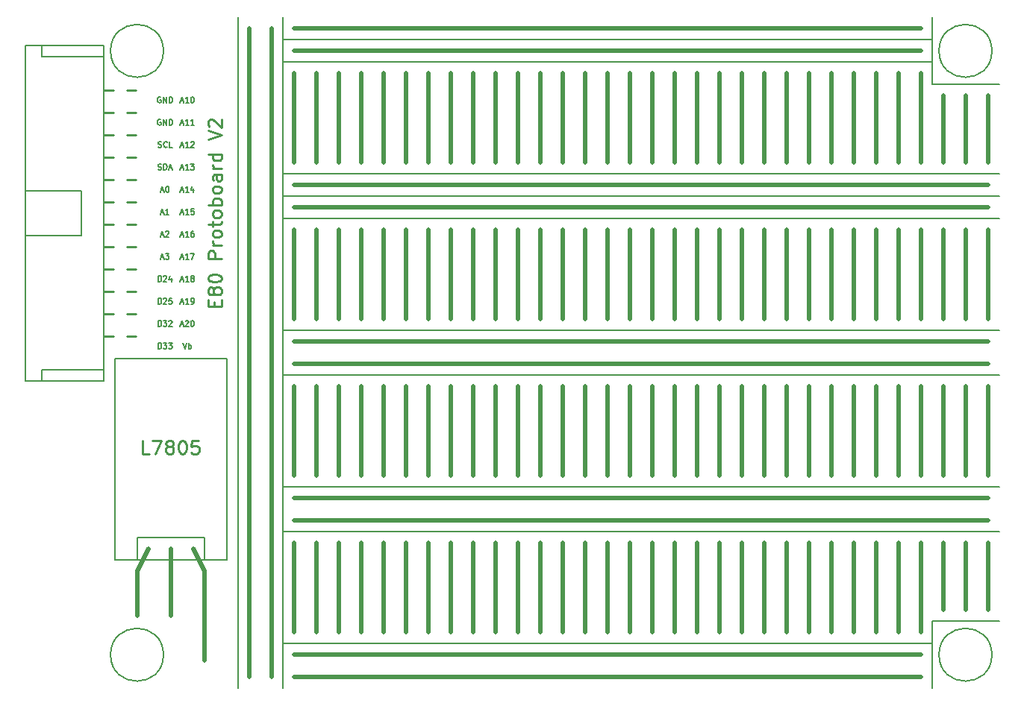
<source format=gbr>
G04 #@! TF.FileFunction,Legend,Top*
%FSLAX46Y46*%
G04 Gerber Fmt 4.6, Leading zero omitted, Abs format (unit mm)*
G04 Created by KiCad (PCBNEW 4.0.7) date Monday, July 23, 2018 'PMt' 01:55:31 PM*
%MOMM*%
%LPD*%
G01*
G04 APERTURE LIST*
%ADD10C,0.100000*%
%ADD11C,0.254000*%
%ADD12C,0.203200*%
%ADD13C,0.508000*%
%ADD14C,0.150000*%
%ADD15C,0.127000*%
G04 APERTURE END LIST*
D10*
D11*
X111651143Y-106480429D02*
X111651143Y-105972429D01*
X112449429Y-105754715D02*
X112449429Y-106480429D01*
X110925429Y-106480429D01*
X110925429Y-105754715D01*
X111578571Y-104883858D02*
X111506000Y-105029000D01*
X111433429Y-105101572D01*
X111288286Y-105174143D01*
X111215714Y-105174143D01*
X111070571Y-105101572D01*
X110998000Y-105029000D01*
X110925429Y-104883858D01*
X110925429Y-104593572D01*
X110998000Y-104448429D01*
X111070571Y-104375858D01*
X111215714Y-104303286D01*
X111288286Y-104303286D01*
X111433429Y-104375858D01*
X111506000Y-104448429D01*
X111578571Y-104593572D01*
X111578571Y-104883858D01*
X111651143Y-105029000D01*
X111723714Y-105101572D01*
X111868857Y-105174143D01*
X112159143Y-105174143D01*
X112304286Y-105101572D01*
X112376857Y-105029000D01*
X112449429Y-104883858D01*
X112449429Y-104593572D01*
X112376857Y-104448429D01*
X112304286Y-104375858D01*
X112159143Y-104303286D01*
X111868857Y-104303286D01*
X111723714Y-104375858D01*
X111651143Y-104448429D01*
X111578571Y-104593572D01*
X110925429Y-103359857D02*
X110925429Y-103214714D01*
X110998000Y-103069571D01*
X111070571Y-102997000D01*
X111215714Y-102924429D01*
X111506000Y-102851857D01*
X111868857Y-102851857D01*
X112159143Y-102924429D01*
X112304286Y-102997000D01*
X112376857Y-103069571D01*
X112449429Y-103214714D01*
X112449429Y-103359857D01*
X112376857Y-103505000D01*
X112304286Y-103577571D01*
X112159143Y-103650143D01*
X111868857Y-103722714D01*
X111506000Y-103722714D01*
X111215714Y-103650143D01*
X111070571Y-103577571D01*
X110998000Y-103505000D01*
X110925429Y-103359857D01*
X112449429Y-101037571D02*
X110925429Y-101037571D01*
X110925429Y-100456999D01*
X110998000Y-100311857D01*
X111070571Y-100239285D01*
X111215714Y-100166714D01*
X111433429Y-100166714D01*
X111578571Y-100239285D01*
X111651143Y-100311857D01*
X111723714Y-100456999D01*
X111723714Y-101037571D01*
X112449429Y-99513571D02*
X111433429Y-99513571D01*
X111723714Y-99513571D02*
X111578571Y-99440999D01*
X111506000Y-99368428D01*
X111433429Y-99223285D01*
X111433429Y-99078142D01*
X112449429Y-98352428D02*
X112376857Y-98497570D01*
X112304286Y-98570142D01*
X112159143Y-98642713D01*
X111723714Y-98642713D01*
X111578571Y-98570142D01*
X111506000Y-98497570D01*
X111433429Y-98352428D01*
X111433429Y-98134713D01*
X111506000Y-97989570D01*
X111578571Y-97916999D01*
X111723714Y-97844428D01*
X112159143Y-97844428D01*
X112304286Y-97916999D01*
X112376857Y-97989570D01*
X112449429Y-98134713D01*
X112449429Y-98352428D01*
X111433429Y-97408999D02*
X111433429Y-96828428D01*
X110925429Y-97191285D02*
X112231714Y-97191285D01*
X112376857Y-97118713D01*
X112449429Y-96973571D01*
X112449429Y-96828428D01*
X112449429Y-96102714D02*
X112376857Y-96247856D01*
X112304286Y-96320428D01*
X112159143Y-96392999D01*
X111723714Y-96392999D01*
X111578571Y-96320428D01*
X111506000Y-96247856D01*
X111433429Y-96102714D01*
X111433429Y-95884999D01*
X111506000Y-95739856D01*
X111578571Y-95667285D01*
X111723714Y-95594714D01*
X112159143Y-95594714D01*
X112304286Y-95667285D01*
X112376857Y-95739856D01*
X112449429Y-95884999D01*
X112449429Y-96102714D01*
X112449429Y-94941571D02*
X110925429Y-94941571D01*
X111506000Y-94941571D02*
X111433429Y-94796428D01*
X111433429Y-94506142D01*
X111506000Y-94360999D01*
X111578571Y-94288428D01*
X111723714Y-94215857D01*
X112159143Y-94215857D01*
X112304286Y-94288428D01*
X112376857Y-94360999D01*
X112449429Y-94506142D01*
X112449429Y-94796428D01*
X112376857Y-94941571D01*
X112449429Y-93345000D02*
X112376857Y-93490142D01*
X112304286Y-93562714D01*
X112159143Y-93635285D01*
X111723714Y-93635285D01*
X111578571Y-93562714D01*
X111506000Y-93490142D01*
X111433429Y-93345000D01*
X111433429Y-93127285D01*
X111506000Y-92982142D01*
X111578571Y-92909571D01*
X111723714Y-92837000D01*
X112159143Y-92837000D01*
X112304286Y-92909571D01*
X112376857Y-92982142D01*
X112449429Y-93127285D01*
X112449429Y-93345000D01*
X112449429Y-91530714D02*
X111651143Y-91530714D01*
X111506000Y-91603285D01*
X111433429Y-91748428D01*
X111433429Y-92038714D01*
X111506000Y-92183857D01*
X112376857Y-91530714D02*
X112449429Y-91675857D01*
X112449429Y-92038714D01*
X112376857Y-92183857D01*
X112231714Y-92256428D01*
X112086571Y-92256428D01*
X111941429Y-92183857D01*
X111868857Y-92038714D01*
X111868857Y-91675857D01*
X111796286Y-91530714D01*
X112449429Y-90805000D02*
X111433429Y-90805000D01*
X111723714Y-90805000D02*
X111578571Y-90732428D01*
X111506000Y-90659857D01*
X111433429Y-90514714D01*
X111433429Y-90369571D01*
X112449429Y-89208428D02*
X110925429Y-89208428D01*
X112376857Y-89208428D02*
X112449429Y-89353571D01*
X112449429Y-89643857D01*
X112376857Y-89788999D01*
X112304286Y-89861571D01*
X112159143Y-89934142D01*
X111723714Y-89934142D01*
X111578571Y-89861571D01*
X111506000Y-89788999D01*
X111433429Y-89643857D01*
X111433429Y-89353571D01*
X111506000Y-89208428D01*
X110925429Y-87539285D02*
X112449429Y-87031285D01*
X110925429Y-86523285D01*
X111070571Y-86087856D02*
X110998000Y-86015285D01*
X110925429Y-85870142D01*
X110925429Y-85507285D01*
X110998000Y-85362142D01*
X111070571Y-85289571D01*
X111215714Y-85216999D01*
X111360857Y-85216999D01*
X111578571Y-85289571D01*
X112449429Y-86160428D01*
X112449429Y-85216999D01*
D12*
X119380000Y-76200000D02*
X193040000Y-76200000D01*
X193040000Y-78740000D02*
X119380000Y-78740000D01*
X193040000Y-81280000D02*
X193040000Y-73660000D01*
X200660000Y-81280000D02*
X193040000Y-81280000D01*
X119380000Y-91440000D02*
X200660000Y-91440000D01*
X200660000Y-93980000D02*
X119380000Y-93980000D01*
X119380000Y-96520000D02*
X200660000Y-96520000D01*
X200660000Y-109220000D02*
X119380000Y-109220000D01*
X119380000Y-114300000D02*
X200660000Y-114300000D01*
X200660000Y-127000000D02*
X119380000Y-127000000D01*
X119380000Y-132080000D02*
X200660000Y-132080000D01*
X193040000Y-142240000D02*
X200660000Y-142240000D01*
X193040000Y-149860000D02*
X193040000Y-142240000D01*
X119380000Y-144780000D02*
X193040000Y-144780000D01*
X114300000Y-73660000D02*
X114300000Y-149860000D01*
X119380000Y-149860000D02*
X119380000Y-73660000D01*
D13*
X199390000Y-82550000D02*
X199390000Y-90170000D01*
X196850000Y-82550000D02*
X196850000Y-90170000D01*
X194310000Y-82550000D02*
X194310000Y-90170000D01*
X191770000Y-80010000D02*
X191770000Y-90170000D01*
X189230000Y-80010000D02*
X189230000Y-90170000D01*
X186690000Y-80010000D02*
X186690000Y-90170000D01*
X184150000Y-80010000D02*
X184150000Y-90170000D01*
X181610000Y-80010000D02*
X181610000Y-90170000D01*
X179070000Y-80010000D02*
X179070000Y-90170000D01*
X176530000Y-80010000D02*
X176530000Y-90170000D01*
X173990000Y-80010000D02*
X173990000Y-90170000D01*
X171450000Y-80010000D02*
X171450000Y-90170000D01*
X168910000Y-80010000D02*
X168910000Y-90170000D01*
X166370000Y-80010000D02*
X166370000Y-90170000D01*
X163830000Y-80010000D02*
X163830000Y-90170000D01*
X161290000Y-80010000D02*
X161290000Y-90170000D01*
X158750000Y-80010000D02*
X158750000Y-90170000D01*
X156210000Y-80010000D02*
X156210000Y-90170000D01*
X153670000Y-80010000D02*
X153670000Y-90170000D01*
X151130000Y-80010000D02*
X151130000Y-90170000D01*
X148590000Y-80010000D02*
X148590000Y-90170000D01*
X146050000Y-80010000D02*
X146050000Y-90170000D01*
X143510000Y-80010000D02*
X143510000Y-90170000D01*
X140970000Y-80010000D02*
X140970000Y-90170000D01*
X138430000Y-80010000D02*
X138430000Y-90170000D01*
X135890000Y-80010000D02*
X135890000Y-90170000D01*
X133350000Y-89535000D02*
X133350000Y-90170000D01*
X133350000Y-80010000D02*
X133350000Y-89535000D01*
X130810000Y-80010000D02*
X130810000Y-90170000D01*
X128270000Y-80010000D02*
X128270000Y-90170000D01*
X125730000Y-80010000D02*
X125730000Y-90170000D01*
X123190000Y-80010000D02*
X123190000Y-90170000D01*
X120650000Y-80010000D02*
X120650000Y-90170000D01*
X120650000Y-97790000D02*
X120650000Y-107950000D01*
X123190000Y-97790000D02*
X123190000Y-107950000D01*
X125730000Y-97790000D02*
X125730000Y-107950000D01*
X128270000Y-97790000D02*
X128270000Y-107950000D01*
X130810000Y-97790000D02*
X130810000Y-107950000D01*
X133350000Y-97790000D02*
X133350000Y-107950000D01*
X135890000Y-97790000D02*
X135890000Y-107950000D01*
X138430000Y-97790000D02*
X138430000Y-107950000D01*
X140970000Y-97790000D02*
X140970000Y-107950000D01*
X143510000Y-97790000D02*
X143510000Y-107950000D01*
X146050000Y-97790000D02*
X146050000Y-107950000D01*
X148590000Y-97790000D02*
X148590000Y-107950000D01*
X151130000Y-97790000D02*
X151130000Y-107950000D01*
X153670000Y-97790000D02*
X153670000Y-107950000D01*
X156210000Y-97790000D02*
X156210000Y-107950000D01*
X158750000Y-97790000D02*
X158750000Y-107950000D01*
X161290000Y-97790000D02*
X161290000Y-107950000D01*
X163830000Y-97790000D02*
X163830000Y-107950000D01*
X166370000Y-97790000D02*
X166370000Y-107950000D01*
X168910000Y-97790000D02*
X168910000Y-107950000D01*
X171450000Y-97790000D02*
X171450000Y-107950000D01*
X173990000Y-97790000D02*
X173990000Y-107950000D01*
X176530000Y-97790000D02*
X176530000Y-107950000D01*
X179070000Y-97790000D02*
X179070000Y-107950000D01*
X181610000Y-97790000D02*
X181610000Y-107950000D01*
X184150000Y-107315000D02*
X184150000Y-107950000D01*
X184150000Y-97790000D02*
X184150000Y-107315000D01*
X186690000Y-97790000D02*
X186690000Y-107950000D01*
X189230000Y-97790000D02*
X189230000Y-107950000D01*
X191770000Y-97790000D02*
X191770000Y-107950000D01*
X194310000Y-97790000D02*
X194310000Y-107950000D01*
X196850000Y-97790000D02*
X196850000Y-107950000D01*
X199390000Y-97790000D02*
X199390000Y-107950000D01*
X199390000Y-115570000D02*
X199390000Y-125730000D01*
X196850000Y-115570000D02*
X196850000Y-125730000D01*
X194310000Y-115570000D02*
X194310000Y-125730000D01*
X191770000Y-115570000D02*
X191770000Y-125730000D01*
X189230000Y-115570000D02*
X189230000Y-125730000D01*
X186690000Y-115570000D02*
X186690000Y-125730000D01*
X184150000Y-115570000D02*
X184150000Y-125730000D01*
X181610000Y-115570000D02*
X181610000Y-125730000D01*
X179070000Y-115570000D02*
X179070000Y-125730000D01*
X176530000Y-115570000D02*
X176530000Y-125730000D01*
X173990000Y-115570000D02*
X173990000Y-125730000D01*
X171450000Y-115570000D02*
X171450000Y-125730000D01*
X168910000Y-115570000D02*
X168910000Y-125730000D01*
X166370000Y-115570000D02*
X166370000Y-125730000D01*
X163830000Y-115570000D02*
X163830000Y-125730000D01*
X161290000Y-115570000D02*
X161290000Y-125730000D01*
X158750000Y-115570000D02*
X158750000Y-125730000D01*
X156210000Y-115570000D02*
X156210000Y-125730000D01*
X153670000Y-115570000D02*
X153670000Y-125730000D01*
X151130000Y-115570000D02*
X151130000Y-125730000D01*
X148590000Y-115570000D02*
X148590000Y-125730000D01*
X146050000Y-115570000D02*
X146050000Y-125730000D01*
X143510000Y-115570000D02*
X143510000Y-125730000D01*
X140970000Y-115570000D02*
X140970000Y-125730000D01*
X138430000Y-115570000D02*
X138430000Y-125730000D01*
X135890000Y-115570000D02*
X135890000Y-125730000D01*
X133350000Y-115570000D02*
X133350000Y-125730000D01*
X130810000Y-115570000D02*
X130810000Y-125730000D01*
X128270000Y-115570000D02*
X128270000Y-125730000D01*
X125730000Y-115570000D02*
X125730000Y-125730000D01*
X123190000Y-125730000D02*
X123190000Y-116205000D01*
X123190000Y-115570000D02*
X123190000Y-125730000D01*
X120650000Y-115570000D02*
X120650000Y-125730000D01*
X120650000Y-74930000D02*
X191770000Y-74930000D01*
X120650000Y-77470000D02*
X191770000Y-77470000D01*
X120650000Y-92710000D02*
X199390000Y-92710000D01*
X120650000Y-95250000D02*
X199390000Y-95250000D01*
X120650000Y-110490000D02*
X199390000Y-110490000D01*
X120650000Y-113030000D02*
X199390000Y-113030000D01*
X120650000Y-128270000D02*
X199390000Y-128270000D01*
X120650000Y-130810000D02*
X199390000Y-130810000D01*
X199390000Y-133350000D02*
X199390000Y-140970000D01*
X196850000Y-133350000D02*
X196850000Y-140970000D01*
X194310000Y-133350000D02*
X194310000Y-140970000D01*
X191770000Y-133350000D02*
X191770000Y-143510000D01*
X189230000Y-133350000D02*
X189230000Y-143510000D01*
X186690000Y-133350000D02*
X186690000Y-143510000D01*
X184150000Y-133350000D02*
X184150000Y-143510000D01*
X181610000Y-133350000D02*
X181610000Y-143510000D01*
X179070000Y-133350000D02*
X179070000Y-143510000D01*
X176530000Y-133350000D02*
X176530000Y-143510000D01*
X173990000Y-133350000D02*
X173990000Y-143510000D01*
X171450000Y-133350000D02*
X171450000Y-143510000D01*
X168910000Y-133350000D02*
X168910000Y-143510000D01*
X166370000Y-133350000D02*
X166370000Y-143510000D01*
X163830000Y-133350000D02*
X163830000Y-143510000D01*
X161290000Y-133350000D02*
X161290000Y-143510000D01*
X158750000Y-133350000D02*
X158750000Y-143510000D01*
X156210000Y-133350000D02*
X156210000Y-143510000D01*
X153670000Y-133350000D02*
X153670000Y-143510000D01*
X151130000Y-133350000D02*
X151130000Y-143510000D01*
X148590000Y-133350000D02*
X148590000Y-143510000D01*
X146050000Y-133350000D02*
X146050000Y-143510000D01*
X143510000Y-133350000D02*
X143510000Y-143510000D01*
X140970000Y-133350000D02*
X140970000Y-143510000D01*
X138430000Y-133350000D02*
X138430000Y-143510000D01*
X135890000Y-133350000D02*
X135890000Y-143510000D01*
X133350000Y-133350000D02*
X133350000Y-143510000D01*
X130810000Y-133350000D02*
X130810000Y-143510000D01*
X128270000Y-133350000D02*
X128270000Y-143510000D01*
X125730000Y-133350000D02*
X125730000Y-143510000D01*
X123190000Y-133350000D02*
X123190000Y-143510000D01*
X120650000Y-143510000D02*
X120650000Y-133350000D01*
X191770000Y-148590000D02*
X120650000Y-148590000D01*
X120650000Y-146050000D02*
X191770000Y-146050000D01*
X118110000Y-74930000D02*
X118110000Y-148590000D01*
X115570000Y-74930000D02*
X115570000Y-148590000D01*
X115570000Y-74930000D02*
X115570000Y-148590000D01*
D14*
X105870000Y-77470000D02*
G75*
G03X105870000Y-77470000I-3000000J0D01*
G01*
X199850000Y-77470000D02*
G75*
G03X199850000Y-77470000I-3000000J0D01*
G01*
X199850000Y-146050000D02*
G75*
G03X199850000Y-146050000I-3000000J0D01*
G01*
X105870000Y-146050000D02*
G75*
G03X105870000Y-146050000I-3000000J0D01*
G01*
X99060000Y-113665000D02*
X92075000Y-113665000D01*
X92075000Y-113665000D02*
X92075000Y-114935000D01*
X92075000Y-76835000D02*
X92075000Y-78105000D01*
X92075000Y-78105000D02*
X99060000Y-78105000D01*
X96520000Y-95885000D02*
X96520000Y-98425000D01*
X96520000Y-98425000D02*
X90170000Y-98425000D01*
X96520000Y-95885000D02*
X96520000Y-93345000D01*
X96520000Y-93345000D02*
X90170000Y-93345000D01*
D11*
X101727000Y-109855000D02*
X102743000Y-109855000D01*
X99187000Y-109855000D02*
X100203000Y-109855000D01*
X101727000Y-107315000D02*
X102743000Y-107315000D01*
X99187000Y-107315000D02*
X100203000Y-107315000D01*
X101727000Y-104775000D02*
X102743000Y-104775000D01*
X99187000Y-104775000D02*
X100203000Y-104775000D01*
X101727000Y-102235000D02*
X102743000Y-102235000D01*
X99187000Y-102235000D02*
X100203000Y-102235000D01*
X101727000Y-99695000D02*
X102743000Y-99695000D01*
X99187000Y-99695000D02*
X100203000Y-99695000D01*
X101727000Y-94615000D02*
X102743000Y-94615000D01*
X99187000Y-94615000D02*
X100203000Y-94615000D01*
X99187000Y-92075000D02*
X100203000Y-92075000D01*
X101727000Y-92075000D02*
X102743000Y-92075000D01*
X99187000Y-89535000D02*
X100203000Y-89535000D01*
X101727000Y-89535000D02*
X102743000Y-89535000D01*
X101727000Y-86995000D02*
X102743000Y-86995000D01*
X99187000Y-86995000D02*
X100203000Y-86995000D01*
X101727000Y-84455000D02*
X102743000Y-84455000D01*
X99187000Y-84455000D02*
X100203000Y-84455000D01*
X99187000Y-81915000D02*
X100203000Y-81915000D01*
X101727000Y-81915000D02*
X102743000Y-81915000D01*
X101727000Y-97155000D02*
X102743000Y-97155000D01*
X99187000Y-97155000D02*
X100203000Y-97155000D01*
D14*
X96520000Y-114935000D02*
X90170000Y-114935000D01*
X90170000Y-114935000D02*
X90170000Y-76835000D01*
X90170000Y-76835000D02*
X95885000Y-76835000D01*
X98425000Y-76835000D02*
X99060000Y-76835000D01*
X99060000Y-76835000D02*
X99060000Y-114935000D01*
X99060000Y-114935000D02*
X97790000Y-114935000D01*
X96520000Y-114935000D02*
X97790000Y-114935000D01*
X98425000Y-76835000D02*
X95885000Y-76835000D01*
D13*
X109220000Y-133985000D02*
X110490000Y-136525000D01*
X110490000Y-136525000D02*
X110490000Y-146685000D01*
X106680000Y-133985000D02*
X106680000Y-141605000D01*
X102870000Y-136525000D02*
X102870000Y-141605000D01*
X104140000Y-133985000D02*
X102870000Y-136525000D01*
D14*
X102870000Y-132715000D02*
X110490000Y-132715000D01*
X110490000Y-132715000D02*
X110490000Y-135255000D01*
X102870000Y-132715000D02*
X102870000Y-135255000D01*
X100330000Y-112395000D02*
X113030000Y-112395000D01*
X113030000Y-112395000D02*
X113030000Y-135255000D01*
X113030000Y-135255000D02*
X100330000Y-135255000D01*
X100330000Y-135255000D02*
X100330000Y-112395000D01*
D15*
X108086071Y-110650262D02*
X108297738Y-111285262D01*
X108509405Y-110650262D01*
X108721071Y-111285262D02*
X108721071Y-110650262D01*
X108721071Y-110892167D02*
X108781548Y-110861929D01*
X108902500Y-110861929D01*
X108962976Y-110892167D01*
X108993214Y-110922405D01*
X109023452Y-110982881D01*
X109023452Y-111164310D01*
X108993214Y-111224786D01*
X108962976Y-111255024D01*
X108902500Y-111285262D01*
X108781548Y-111285262D01*
X108721071Y-111255024D01*
X107829047Y-108563833D02*
X108131428Y-108563833D01*
X107768571Y-108745262D02*
X107980238Y-108110262D01*
X108191905Y-108745262D01*
X108373333Y-108170738D02*
X108403571Y-108140500D01*
X108464048Y-108110262D01*
X108615238Y-108110262D01*
X108675714Y-108140500D01*
X108705952Y-108170738D01*
X108736191Y-108231214D01*
X108736191Y-108291690D01*
X108705952Y-108382405D01*
X108343095Y-108745262D01*
X108736191Y-108745262D01*
X109129286Y-108110262D02*
X109189762Y-108110262D01*
X109250238Y-108140500D01*
X109280476Y-108170738D01*
X109310714Y-108231214D01*
X109340953Y-108352167D01*
X109340953Y-108503357D01*
X109310714Y-108624310D01*
X109280476Y-108684786D01*
X109250238Y-108715024D01*
X109189762Y-108745262D01*
X109129286Y-108745262D01*
X109068810Y-108715024D01*
X109038572Y-108684786D01*
X109008333Y-108624310D01*
X108978095Y-108503357D01*
X108978095Y-108352167D01*
X109008333Y-108231214D01*
X109038572Y-108170738D01*
X109068810Y-108140500D01*
X109129286Y-108110262D01*
X107829047Y-106023833D02*
X108131428Y-106023833D01*
X107768571Y-106205262D02*
X107980238Y-105570262D01*
X108191905Y-106205262D01*
X108736191Y-106205262D02*
X108373333Y-106205262D01*
X108554762Y-106205262D02*
X108554762Y-105570262D01*
X108494286Y-105660976D01*
X108433810Y-105721452D01*
X108373333Y-105751690D01*
X109038572Y-106205262D02*
X109159524Y-106205262D01*
X109220000Y-106175024D01*
X109250238Y-106144786D01*
X109310714Y-106054071D01*
X109340953Y-105933119D01*
X109340953Y-105691214D01*
X109310714Y-105630738D01*
X109280476Y-105600500D01*
X109220000Y-105570262D01*
X109099048Y-105570262D01*
X109038572Y-105600500D01*
X109008333Y-105630738D01*
X108978095Y-105691214D01*
X108978095Y-105842405D01*
X109008333Y-105902881D01*
X109038572Y-105933119D01*
X109099048Y-105963357D01*
X109220000Y-105963357D01*
X109280476Y-105933119D01*
X109310714Y-105902881D01*
X109340953Y-105842405D01*
X107829047Y-100943833D02*
X108131428Y-100943833D01*
X107768571Y-101125262D02*
X107980238Y-100490262D01*
X108191905Y-101125262D01*
X108736191Y-101125262D02*
X108373333Y-101125262D01*
X108554762Y-101125262D02*
X108554762Y-100490262D01*
X108494286Y-100580976D01*
X108433810Y-100641452D01*
X108373333Y-100671690D01*
X108947857Y-100490262D02*
X109371191Y-100490262D01*
X109099048Y-101125262D01*
X107829047Y-103483833D02*
X108131428Y-103483833D01*
X107768571Y-103665262D02*
X107980238Y-103030262D01*
X108191905Y-103665262D01*
X108736191Y-103665262D02*
X108373333Y-103665262D01*
X108554762Y-103665262D02*
X108554762Y-103030262D01*
X108494286Y-103120976D01*
X108433810Y-103181452D01*
X108373333Y-103211690D01*
X109099048Y-103302405D02*
X109038572Y-103272167D01*
X109008333Y-103241929D01*
X108978095Y-103181452D01*
X108978095Y-103151214D01*
X109008333Y-103090738D01*
X109038572Y-103060500D01*
X109099048Y-103030262D01*
X109220000Y-103030262D01*
X109280476Y-103060500D01*
X109310714Y-103090738D01*
X109340953Y-103151214D01*
X109340953Y-103181452D01*
X109310714Y-103241929D01*
X109280476Y-103272167D01*
X109220000Y-103302405D01*
X109099048Y-103302405D01*
X109038572Y-103332643D01*
X109008333Y-103362881D01*
X108978095Y-103423357D01*
X108978095Y-103544310D01*
X109008333Y-103604786D01*
X109038572Y-103635024D01*
X109099048Y-103665262D01*
X109220000Y-103665262D01*
X109280476Y-103635024D01*
X109310714Y-103604786D01*
X109340953Y-103544310D01*
X109340953Y-103423357D01*
X109310714Y-103362881D01*
X109280476Y-103332643D01*
X109220000Y-103302405D01*
X107829047Y-98403833D02*
X108131428Y-98403833D01*
X107768571Y-98585262D02*
X107980238Y-97950262D01*
X108191905Y-98585262D01*
X108736191Y-98585262D02*
X108373333Y-98585262D01*
X108554762Y-98585262D02*
X108554762Y-97950262D01*
X108494286Y-98040976D01*
X108433810Y-98101452D01*
X108373333Y-98131690D01*
X109280476Y-97950262D02*
X109159524Y-97950262D01*
X109099048Y-97980500D01*
X109068810Y-98010738D01*
X109008333Y-98101452D01*
X108978095Y-98222405D01*
X108978095Y-98464310D01*
X109008333Y-98524786D01*
X109038572Y-98555024D01*
X109099048Y-98585262D01*
X109220000Y-98585262D01*
X109280476Y-98555024D01*
X109310714Y-98524786D01*
X109340953Y-98464310D01*
X109340953Y-98313119D01*
X109310714Y-98252643D01*
X109280476Y-98222405D01*
X109220000Y-98192167D01*
X109099048Y-98192167D01*
X109038572Y-98222405D01*
X109008333Y-98252643D01*
X108978095Y-98313119D01*
X107829047Y-95863833D02*
X108131428Y-95863833D01*
X107768571Y-96045262D02*
X107980238Y-95410262D01*
X108191905Y-96045262D01*
X108736191Y-96045262D02*
X108373333Y-96045262D01*
X108554762Y-96045262D02*
X108554762Y-95410262D01*
X108494286Y-95500976D01*
X108433810Y-95561452D01*
X108373333Y-95591690D01*
X109310714Y-95410262D02*
X109008333Y-95410262D01*
X108978095Y-95712643D01*
X109008333Y-95682405D01*
X109068810Y-95652167D01*
X109220000Y-95652167D01*
X109280476Y-95682405D01*
X109310714Y-95712643D01*
X109340953Y-95773119D01*
X109340953Y-95924310D01*
X109310714Y-95984786D01*
X109280476Y-96015024D01*
X109220000Y-96045262D01*
X109068810Y-96045262D01*
X109008333Y-96015024D01*
X108978095Y-95984786D01*
X107829047Y-93323833D02*
X108131428Y-93323833D01*
X107768571Y-93505262D02*
X107980238Y-92870262D01*
X108191905Y-93505262D01*
X108736191Y-93505262D02*
X108373333Y-93505262D01*
X108554762Y-93505262D02*
X108554762Y-92870262D01*
X108494286Y-92960976D01*
X108433810Y-93021452D01*
X108373333Y-93051690D01*
X109280476Y-93081929D02*
X109280476Y-93505262D01*
X109129286Y-92840024D02*
X108978095Y-93293595D01*
X109371191Y-93293595D01*
X107829047Y-90783833D02*
X108131428Y-90783833D01*
X107768571Y-90965262D02*
X107980238Y-90330262D01*
X108191905Y-90965262D01*
X108736191Y-90965262D02*
X108373333Y-90965262D01*
X108554762Y-90965262D02*
X108554762Y-90330262D01*
X108494286Y-90420976D01*
X108433810Y-90481452D01*
X108373333Y-90511690D01*
X108947857Y-90330262D02*
X109340953Y-90330262D01*
X109129286Y-90572167D01*
X109220000Y-90572167D01*
X109280476Y-90602405D01*
X109310714Y-90632643D01*
X109340953Y-90693119D01*
X109340953Y-90844310D01*
X109310714Y-90904786D01*
X109280476Y-90935024D01*
X109220000Y-90965262D01*
X109038572Y-90965262D01*
X108978095Y-90935024D01*
X108947857Y-90904786D01*
X107829047Y-88243833D02*
X108131428Y-88243833D01*
X107768571Y-88425262D02*
X107980238Y-87790262D01*
X108191905Y-88425262D01*
X108736191Y-88425262D02*
X108373333Y-88425262D01*
X108554762Y-88425262D02*
X108554762Y-87790262D01*
X108494286Y-87880976D01*
X108433810Y-87941452D01*
X108373333Y-87971690D01*
X108978095Y-87850738D02*
X109008333Y-87820500D01*
X109068810Y-87790262D01*
X109220000Y-87790262D01*
X109280476Y-87820500D01*
X109310714Y-87850738D01*
X109340953Y-87911214D01*
X109340953Y-87971690D01*
X109310714Y-88062405D01*
X108947857Y-88425262D01*
X109340953Y-88425262D01*
X107829047Y-85703833D02*
X108131428Y-85703833D01*
X107768571Y-85885262D02*
X107980238Y-85250262D01*
X108191905Y-85885262D01*
X108736191Y-85885262D02*
X108373333Y-85885262D01*
X108554762Y-85885262D02*
X108554762Y-85250262D01*
X108494286Y-85340976D01*
X108433810Y-85401452D01*
X108373333Y-85431690D01*
X109340953Y-85885262D02*
X108978095Y-85885262D01*
X109159524Y-85885262D02*
X109159524Y-85250262D01*
X109099048Y-85340976D01*
X109038572Y-85401452D01*
X108978095Y-85431690D01*
X107829047Y-83163833D02*
X108131428Y-83163833D01*
X107768571Y-83345262D02*
X107980238Y-82710262D01*
X108191905Y-83345262D01*
X108736191Y-83345262D02*
X108373333Y-83345262D01*
X108554762Y-83345262D02*
X108554762Y-82710262D01*
X108494286Y-82800976D01*
X108433810Y-82861452D01*
X108373333Y-82891690D01*
X109129286Y-82710262D02*
X109189762Y-82710262D01*
X109250238Y-82740500D01*
X109280476Y-82770738D01*
X109310714Y-82831214D01*
X109340953Y-82952167D01*
X109340953Y-83103357D01*
X109310714Y-83224310D01*
X109280476Y-83284786D01*
X109250238Y-83315024D01*
X109189762Y-83345262D01*
X109129286Y-83345262D01*
X109068810Y-83315024D01*
X109038572Y-83284786D01*
X109008333Y-83224310D01*
X108978095Y-83103357D01*
X108978095Y-82952167D01*
X109008333Y-82831214D01*
X109038572Y-82770738D01*
X109068810Y-82740500D01*
X109129286Y-82710262D01*
X105273928Y-111285262D02*
X105273928Y-110650262D01*
X105425119Y-110650262D01*
X105515833Y-110680500D01*
X105576309Y-110740976D01*
X105606548Y-110801452D01*
X105636786Y-110922405D01*
X105636786Y-111013119D01*
X105606548Y-111134071D01*
X105576309Y-111194548D01*
X105515833Y-111255024D01*
X105425119Y-111285262D01*
X105273928Y-111285262D01*
X105848452Y-110650262D02*
X106241548Y-110650262D01*
X106029881Y-110892167D01*
X106120595Y-110892167D01*
X106181071Y-110922405D01*
X106211309Y-110952643D01*
X106241548Y-111013119D01*
X106241548Y-111164310D01*
X106211309Y-111224786D01*
X106181071Y-111255024D01*
X106120595Y-111285262D01*
X105939167Y-111285262D01*
X105878690Y-111255024D01*
X105848452Y-111224786D01*
X106453214Y-110650262D02*
X106846310Y-110650262D01*
X106634643Y-110892167D01*
X106725357Y-110892167D01*
X106785833Y-110922405D01*
X106816071Y-110952643D01*
X106846310Y-111013119D01*
X106846310Y-111164310D01*
X106816071Y-111224786D01*
X106785833Y-111255024D01*
X106725357Y-111285262D01*
X106543929Y-111285262D01*
X106483452Y-111255024D01*
X106453214Y-111224786D01*
X105273928Y-108745262D02*
X105273928Y-108110262D01*
X105425119Y-108110262D01*
X105515833Y-108140500D01*
X105576309Y-108200976D01*
X105606548Y-108261452D01*
X105636786Y-108382405D01*
X105636786Y-108473119D01*
X105606548Y-108594071D01*
X105576309Y-108654548D01*
X105515833Y-108715024D01*
X105425119Y-108745262D01*
X105273928Y-108745262D01*
X105848452Y-108110262D02*
X106241548Y-108110262D01*
X106029881Y-108352167D01*
X106120595Y-108352167D01*
X106181071Y-108382405D01*
X106211309Y-108412643D01*
X106241548Y-108473119D01*
X106241548Y-108624310D01*
X106211309Y-108684786D01*
X106181071Y-108715024D01*
X106120595Y-108745262D01*
X105939167Y-108745262D01*
X105878690Y-108715024D01*
X105848452Y-108684786D01*
X106483452Y-108170738D02*
X106513690Y-108140500D01*
X106574167Y-108110262D01*
X106725357Y-108110262D01*
X106785833Y-108140500D01*
X106816071Y-108170738D01*
X106846310Y-108231214D01*
X106846310Y-108291690D01*
X106816071Y-108382405D01*
X106453214Y-108745262D01*
X106846310Y-108745262D01*
X105273928Y-106205262D02*
X105273928Y-105570262D01*
X105425119Y-105570262D01*
X105515833Y-105600500D01*
X105576309Y-105660976D01*
X105606548Y-105721452D01*
X105636786Y-105842405D01*
X105636786Y-105933119D01*
X105606548Y-106054071D01*
X105576309Y-106114548D01*
X105515833Y-106175024D01*
X105425119Y-106205262D01*
X105273928Y-106205262D01*
X105878690Y-105630738D02*
X105908928Y-105600500D01*
X105969405Y-105570262D01*
X106120595Y-105570262D01*
X106181071Y-105600500D01*
X106211309Y-105630738D01*
X106241548Y-105691214D01*
X106241548Y-105751690D01*
X106211309Y-105842405D01*
X105848452Y-106205262D01*
X106241548Y-106205262D01*
X106816071Y-105570262D02*
X106513690Y-105570262D01*
X106483452Y-105872643D01*
X106513690Y-105842405D01*
X106574167Y-105812167D01*
X106725357Y-105812167D01*
X106785833Y-105842405D01*
X106816071Y-105872643D01*
X106846310Y-105933119D01*
X106846310Y-106084310D01*
X106816071Y-106144786D01*
X106785833Y-106175024D01*
X106725357Y-106205262D01*
X106574167Y-106205262D01*
X106513690Y-106175024D01*
X106483452Y-106144786D01*
X105273928Y-103665262D02*
X105273928Y-103030262D01*
X105425119Y-103030262D01*
X105515833Y-103060500D01*
X105576309Y-103120976D01*
X105606548Y-103181452D01*
X105636786Y-103302405D01*
X105636786Y-103393119D01*
X105606548Y-103514071D01*
X105576309Y-103574548D01*
X105515833Y-103635024D01*
X105425119Y-103665262D01*
X105273928Y-103665262D01*
X105878690Y-103090738D02*
X105908928Y-103060500D01*
X105969405Y-103030262D01*
X106120595Y-103030262D01*
X106181071Y-103060500D01*
X106211309Y-103090738D01*
X106241548Y-103151214D01*
X106241548Y-103211690D01*
X106211309Y-103302405D01*
X105848452Y-103665262D01*
X106241548Y-103665262D01*
X106785833Y-103241929D02*
X106785833Y-103665262D01*
X106634643Y-103000024D02*
X106483452Y-103453595D01*
X106876548Y-103453595D01*
X105591428Y-100943833D02*
X105893809Y-100943833D01*
X105530952Y-101125262D02*
X105742619Y-100490262D01*
X105954286Y-101125262D01*
X106105476Y-100490262D02*
X106498572Y-100490262D01*
X106286905Y-100732167D01*
X106377619Y-100732167D01*
X106438095Y-100762405D01*
X106468333Y-100792643D01*
X106498572Y-100853119D01*
X106498572Y-101004310D01*
X106468333Y-101064786D01*
X106438095Y-101095024D01*
X106377619Y-101125262D01*
X106196191Y-101125262D01*
X106135714Y-101095024D01*
X106105476Y-101064786D01*
X105591428Y-98403833D02*
X105893809Y-98403833D01*
X105530952Y-98585262D02*
X105742619Y-97950262D01*
X105954286Y-98585262D01*
X106135714Y-98010738D02*
X106165952Y-97980500D01*
X106226429Y-97950262D01*
X106377619Y-97950262D01*
X106438095Y-97980500D01*
X106468333Y-98010738D01*
X106498572Y-98071214D01*
X106498572Y-98131690D01*
X106468333Y-98222405D01*
X106105476Y-98585262D01*
X106498572Y-98585262D01*
X105591428Y-95863833D02*
X105893809Y-95863833D01*
X105530952Y-96045262D02*
X105742619Y-95410262D01*
X105954286Y-96045262D01*
X106498572Y-96045262D02*
X106135714Y-96045262D01*
X106317143Y-96045262D02*
X106317143Y-95410262D01*
X106256667Y-95500976D01*
X106196191Y-95561452D01*
X106135714Y-95591690D01*
X105591428Y-93323833D02*
X105893809Y-93323833D01*
X105530952Y-93505262D02*
X105742619Y-92870262D01*
X105954286Y-93505262D01*
X106286905Y-92870262D02*
X106347381Y-92870262D01*
X106407857Y-92900500D01*
X106438095Y-92930738D01*
X106468333Y-92991214D01*
X106498572Y-93112167D01*
X106498572Y-93263357D01*
X106468333Y-93384310D01*
X106438095Y-93444786D01*
X106407857Y-93475024D01*
X106347381Y-93505262D01*
X106286905Y-93505262D01*
X106226429Y-93475024D01*
X106196191Y-93444786D01*
X106165952Y-93384310D01*
X106135714Y-93263357D01*
X106135714Y-93112167D01*
X106165952Y-92991214D01*
X106196191Y-92930738D01*
X106226429Y-92900500D01*
X106286905Y-92870262D01*
X105273928Y-90935024D02*
X105364643Y-90965262D01*
X105515833Y-90965262D01*
X105576309Y-90935024D01*
X105606547Y-90904786D01*
X105636786Y-90844310D01*
X105636786Y-90783833D01*
X105606547Y-90723357D01*
X105576309Y-90693119D01*
X105515833Y-90662881D01*
X105394881Y-90632643D01*
X105334405Y-90602405D01*
X105304166Y-90572167D01*
X105273928Y-90511690D01*
X105273928Y-90451214D01*
X105304166Y-90390738D01*
X105334405Y-90360500D01*
X105394881Y-90330262D01*
X105546071Y-90330262D01*
X105636786Y-90360500D01*
X105908928Y-90965262D02*
X105908928Y-90330262D01*
X106060119Y-90330262D01*
X106150833Y-90360500D01*
X106211309Y-90420976D01*
X106241548Y-90481452D01*
X106271786Y-90602405D01*
X106271786Y-90693119D01*
X106241548Y-90814071D01*
X106211309Y-90874548D01*
X106150833Y-90935024D01*
X106060119Y-90965262D01*
X105908928Y-90965262D01*
X106513690Y-90783833D02*
X106816071Y-90783833D01*
X106453214Y-90965262D02*
X106664881Y-90330262D01*
X106876548Y-90965262D01*
X105289047Y-88395024D02*
X105379762Y-88425262D01*
X105530952Y-88425262D01*
X105591428Y-88395024D01*
X105621666Y-88364786D01*
X105651905Y-88304310D01*
X105651905Y-88243833D01*
X105621666Y-88183357D01*
X105591428Y-88153119D01*
X105530952Y-88122881D01*
X105410000Y-88092643D01*
X105349524Y-88062405D01*
X105319285Y-88032167D01*
X105289047Y-87971690D01*
X105289047Y-87911214D01*
X105319285Y-87850738D01*
X105349524Y-87820500D01*
X105410000Y-87790262D01*
X105561190Y-87790262D01*
X105651905Y-87820500D01*
X106286905Y-88364786D02*
X106256667Y-88395024D01*
X106165952Y-88425262D01*
X106105476Y-88425262D01*
X106014762Y-88395024D01*
X105954286Y-88334548D01*
X105924047Y-88274071D01*
X105893809Y-88153119D01*
X105893809Y-88062405D01*
X105924047Y-87941452D01*
X105954286Y-87880976D01*
X106014762Y-87820500D01*
X106105476Y-87790262D01*
X106165952Y-87790262D01*
X106256667Y-87820500D01*
X106286905Y-87850738D01*
X106861428Y-88425262D02*
X106559047Y-88425262D01*
X106559047Y-87790262D01*
X105561191Y-85280500D02*
X105500714Y-85250262D01*
X105410000Y-85250262D01*
X105319286Y-85280500D01*
X105258810Y-85340976D01*
X105228571Y-85401452D01*
X105198333Y-85522405D01*
X105198333Y-85613119D01*
X105228571Y-85734071D01*
X105258810Y-85794548D01*
X105319286Y-85855024D01*
X105410000Y-85885262D01*
X105470476Y-85885262D01*
X105561191Y-85855024D01*
X105591429Y-85824786D01*
X105591429Y-85613119D01*
X105470476Y-85613119D01*
X105863571Y-85885262D02*
X105863571Y-85250262D01*
X106226429Y-85885262D01*
X106226429Y-85250262D01*
X106528809Y-85885262D02*
X106528809Y-85250262D01*
X106680000Y-85250262D01*
X106770714Y-85280500D01*
X106831190Y-85340976D01*
X106861429Y-85401452D01*
X106891667Y-85522405D01*
X106891667Y-85613119D01*
X106861429Y-85734071D01*
X106831190Y-85794548D01*
X106770714Y-85855024D01*
X106680000Y-85885262D01*
X106528809Y-85885262D01*
X105561191Y-82740500D02*
X105500714Y-82710262D01*
X105410000Y-82710262D01*
X105319286Y-82740500D01*
X105258810Y-82800976D01*
X105228571Y-82861452D01*
X105198333Y-82982405D01*
X105198333Y-83073119D01*
X105228571Y-83194071D01*
X105258810Y-83254548D01*
X105319286Y-83315024D01*
X105410000Y-83345262D01*
X105470476Y-83345262D01*
X105561191Y-83315024D01*
X105591429Y-83284786D01*
X105591429Y-83073119D01*
X105470476Y-83073119D01*
X105863571Y-83345262D02*
X105863571Y-82710262D01*
X106226429Y-83345262D01*
X106226429Y-82710262D01*
X106528809Y-83345262D02*
X106528809Y-82710262D01*
X106680000Y-82710262D01*
X106770714Y-82740500D01*
X106831190Y-82800976D01*
X106861429Y-82861452D01*
X106891667Y-82982405D01*
X106891667Y-83073119D01*
X106861429Y-83194071D01*
X106831190Y-83254548D01*
X106770714Y-83315024D01*
X106680000Y-83345262D01*
X106528809Y-83345262D01*
D11*
X104248856Y-123244429D02*
X103523142Y-123244429D01*
X103523142Y-121720429D01*
X104611713Y-121720429D02*
X105627713Y-121720429D01*
X104974570Y-123244429D01*
X106425999Y-122373571D02*
X106280857Y-122301000D01*
X106208285Y-122228429D01*
X106135714Y-122083286D01*
X106135714Y-122010714D01*
X106208285Y-121865571D01*
X106280857Y-121793000D01*
X106425999Y-121720429D01*
X106716285Y-121720429D01*
X106861428Y-121793000D01*
X106933999Y-121865571D01*
X107006571Y-122010714D01*
X107006571Y-122083286D01*
X106933999Y-122228429D01*
X106861428Y-122301000D01*
X106716285Y-122373571D01*
X106425999Y-122373571D01*
X106280857Y-122446143D01*
X106208285Y-122518714D01*
X106135714Y-122663857D01*
X106135714Y-122954143D01*
X106208285Y-123099286D01*
X106280857Y-123171857D01*
X106425999Y-123244429D01*
X106716285Y-123244429D01*
X106861428Y-123171857D01*
X106933999Y-123099286D01*
X107006571Y-122954143D01*
X107006571Y-122663857D01*
X106933999Y-122518714D01*
X106861428Y-122446143D01*
X106716285Y-122373571D01*
X107950000Y-121720429D02*
X108095143Y-121720429D01*
X108240286Y-121793000D01*
X108312857Y-121865571D01*
X108385428Y-122010714D01*
X108458000Y-122301000D01*
X108458000Y-122663857D01*
X108385428Y-122954143D01*
X108312857Y-123099286D01*
X108240286Y-123171857D01*
X108095143Y-123244429D01*
X107950000Y-123244429D01*
X107804857Y-123171857D01*
X107732286Y-123099286D01*
X107659714Y-122954143D01*
X107587143Y-122663857D01*
X107587143Y-122301000D01*
X107659714Y-122010714D01*
X107732286Y-121865571D01*
X107804857Y-121793000D01*
X107950000Y-121720429D01*
X109836857Y-121720429D02*
X109111143Y-121720429D01*
X109038572Y-122446143D01*
X109111143Y-122373571D01*
X109256286Y-122301000D01*
X109619143Y-122301000D01*
X109764286Y-122373571D01*
X109836857Y-122446143D01*
X109909429Y-122591286D01*
X109909429Y-122954143D01*
X109836857Y-123099286D01*
X109764286Y-123171857D01*
X109619143Y-123244429D01*
X109256286Y-123244429D01*
X109111143Y-123171857D01*
X109038572Y-123099286D01*
M02*

</source>
